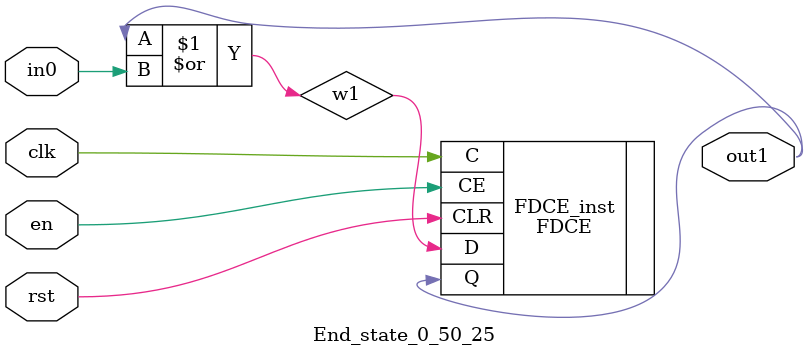
<source format=v>
module engine_0_50(out,clk,sod,en, in_106, in_107, in_108, in_1, in_31, in_33, in_46, in_50, in_70, in_72, in_74, in_77, in_79, in_83, in_87, in_90, in_97, in_99);
//pcre: /^OVN.*Mini\s+Oblivion.*Ready/
//block char: M[0], b[0], v[0], \x20[8], .[7], \x69[8], ^[9], N[0], d[0], o[0], n[0], y[0], e[0], O[0], l[0], a[0], R[0], V[0], 

	input clk,sod,en;

	input in_106, in_107, in_108, in_1, in_31, in_33, in_46, in_50, in_70, in_72, in_74, in_77, in_79, in_83, in_87, in_90, in_97, in_99;
	output out;

	assign w0 = 1'b1;
	state_0_50_1 BlockState_0_50_1 (w1,in_46,clk,en,sod,w0);
	state_0_50_2 BlockState_0_50_2 (w2,in_83,clk,en,sod,w1);
	state_0_50_3 BlockState_0_50_3 (w3,in_99,clk,en,sod,w2);
	state_0_50_4 BlockState_0_50_4 (w4,in_50,clk,en,sod,w3);
	state_0_50_5 BlockState_0_50_5 (w5,in_31,clk,en,sod,w5,w4);
	state_0_50_6 BlockState_0_50_6 (w6,in_106,clk,en,sod,w4,w5);
	state_0_50_7 BlockState_0_50_7 (w7,in_33,clk,en,sod,w6);
	state_0_50_8 BlockState_0_50_8 (w8,in_74,clk,en,sod,w7);
	state_0_50_9 BlockState_0_50_9 (w9,in_33,clk,en,sod,w8);
	state_0_50_10 BlockState_0_50_10 (w10,in_1,clk,en,sod,w10,w9);
	state_0_50_11 BlockState_0_50_11 (w11,in_83,clk,en,sod,w10);
	state_0_50_12 BlockState_0_50_12 (w12,in_107,clk,en,sod,w11);
	state_0_50_13 BlockState_0_50_13 (w13,in_87,clk,en,sod,w12);
	state_0_50_14 BlockState_0_50_14 (w14,in_33,clk,en,sod,w13);
	state_0_50_15 BlockState_0_50_15 (w15,in_108,clk,en,sod,w14);
	state_0_50_16 BlockState_0_50_16 (w16,in_33,clk,en,sod,w15);
	state_0_50_17 BlockState_0_50_17 (w17,in_72,clk,en,sod,w16);
	state_0_50_18 BlockState_0_50_18 (w18,in_74,clk,en,sod,w17);
	state_0_50_19 BlockState_0_50_19 (w19,in_31,clk,en,sod,w19,w18);
	state_0_50_20 BlockState_0_50_20 (w20,in_97,clk,en,sod,w18,w19);
	state_0_50_21 BlockState_0_50_21 (w21,in_79,clk,en,sod,w20);
	state_0_50_22 BlockState_0_50_22 (w22,in_90,clk,en,sod,w21);
	state_0_50_23 BlockState_0_50_23 (w23,in_70,clk,en,sod,w22);
	state_0_50_24 BlockState_0_50_24 (w24,in_77,clk,en,sod,w23);
	End_state_0_50_25 BlockState_0_50_25 (out,clk,en,sod,w24);
endmodule

module state_0_50_1(out1,in_char,clk,en,rst,in0);
	input in_char,clk,en,rst,in0;
	output out1;
	wire w1,w2;
	assign w1 = in0; 
	and(w2,in_char,w1);
	FDCE #(.INIT(1'b0)) FDCE_inst (
		.Q(out1),
		.C(clk),
		.CE(en),
		.CLR(rst),
		.D(w2)
);
endmodule

module state_0_50_2(out1,in_char,clk,en,rst,in0);
	input in_char,clk,en,rst,in0;
	output out1;
	wire w1,w2;
	assign w1 = in0; 
	and(w2,in_char,w1);
	FDCE #(.INIT(1'b0)) FDCE_inst (
		.Q(out1),
		.C(clk),
		.CE(en),
		.CLR(rst),
		.D(w2)
);
endmodule

module state_0_50_3(out1,in_char,clk,en,rst,in0);
	input in_char,clk,en,rst,in0;
	output out1;
	wire w1,w2;
	assign w1 = in0; 
	and(w2,in_char,w1);
	FDCE #(.INIT(1'b0)) FDCE_inst (
		.Q(out1),
		.C(clk),
		.CE(en),
		.CLR(rst),
		.D(w2)
);
endmodule

module state_0_50_4(out1,in_char,clk,en,rst,in0);
	input in_char,clk,en,rst,in0;
	output out1;
	wire w1,w2;
	assign w1 = in0; 
	and(w2,in_char,w1);
	FDCE #(.INIT(1'b0)) FDCE_inst (
		.Q(out1),
		.C(clk),
		.CE(en),
		.CLR(rst),
		.D(w2)
);
endmodule

module state_0_50_5(out1,in_char,clk,en,rst,in0,in1);
	input in_char,clk,en,rst,in0,in1;
	output out1;
	wire w1,w2;
	or(w1,in0,in1);
	and(w2,in_char,w1);
	FDCE #(.INIT(1'b0)) FDCE_inst (
		.Q(out1),
		.C(clk),
		.CE(en),
		.CLR(rst),
		.D(w2)
);
endmodule

module state_0_50_6(out1,in_char,clk,en,rst,in0,in1);
	input in_char,clk,en,rst,in0,in1;
	output out1;
	wire w1,w2;
	or(w1,in0,in1);
	and(w2,in_char,w1);
	FDCE #(.INIT(1'b0)) FDCE_inst (
		.Q(out1),
		.C(clk),
		.CE(en),
		.CLR(rst),
		.D(w2)
);
endmodule

module state_0_50_7(out1,in_char,clk,en,rst,in0);
	input in_char,clk,en,rst,in0;
	output out1;
	wire w1,w2;
	assign w1 = in0; 
	and(w2,in_char,w1);
	FDCE #(.INIT(1'b0)) FDCE_inst (
		.Q(out1),
		.C(clk),
		.CE(en),
		.CLR(rst),
		.D(w2)
);
endmodule

module state_0_50_8(out1,in_char,clk,en,rst,in0);
	input in_char,clk,en,rst,in0;
	output out1;
	wire w1,w2;
	assign w1 = in0; 
	and(w2,in_char,w1);
	FDCE #(.INIT(1'b0)) FDCE_inst (
		.Q(out1),
		.C(clk),
		.CE(en),
		.CLR(rst),
		.D(w2)
);
endmodule

module state_0_50_9(out1,in_char,clk,en,rst,in0);
	input in_char,clk,en,rst,in0;
	output out1;
	wire w1,w2;
	assign w1 = in0; 
	and(w2,in_char,w1);
	FDCE #(.INIT(1'b0)) FDCE_inst (
		.Q(out1),
		.C(clk),
		.CE(en),
		.CLR(rst),
		.D(w2)
);
endmodule

module state_0_50_10(out1,in_char,clk,en,rst,in0,in1);
	input in_char,clk,en,rst,in0,in1;
	output out1;
	wire w1,w2;
	or(w1,in0,in1);
	and(w2,in_char,w1);
	FDCE #(.INIT(1'b0)) FDCE_inst (
		.Q(out1),
		.C(clk),
		.CE(en),
		.CLR(rst),
		.D(w2)
);
endmodule

module state_0_50_11(out1,in_char,clk,en,rst,in0);
	input in_char,clk,en,rst,in0;
	output out1;
	wire w1,w2;
	assign w1 = in0; 
	and(w2,in_char,w1);
	FDCE #(.INIT(1'b0)) FDCE_inst (
		.Q(out1),
		.C(clk),
		.CE(en),
		.CLR(rst),
		.D(w2)
);
endmodule

module state_0_50_12(out1,in_char,clk,en,rst,in0);
	input in_char,clk,en,rst,in0;
	output out1;
	wire w1,w2;
	assign w1 = in0; 
	and(w2,in_char,w1);
	FDCE #(.INIT(1'b0)) FDCE_inst (
		.Q(out1),
		.C(clk),
		.CE(en),
		.CLR(rst),
		.D(w2)
);
endmodule

module state_0_50_13(out1,in_char,clk,en,rst,in0);
	input in_char,clk,en,rst,in0;
	output out1;
	wire w1,w2;
	assign w1 = in0; 
	and(w2,in_char,w1);
	FDCE #(.INIT(1'b0)) FDCE_inst (
		.Q(out1),
		.C(clk),
		.CE(en),
		.CLR(rst),
		.D(w2)
);
endmodule

module state_0_50_14(out1,in_char,clk,en,rst,in0);
	input in_char,clk,en,rst,in0;
	output out1;
	wire w1,w2;
	assign w1 = in0; 
	and(w2,in_char,w1);
	FDCE #(.INIT(1'b0)) FDCE_inst (
		.Q(out1),
		.C(clk),
		.CE(en),
		.CLR(rst),
		.D(w2)
);
endmodule

module state_0_50_15(out1,in_char,clk,en,rst,in0);
	input in_char,clk,en,rst,in0;
	output out1;
	wire w1,w2;
	assign w1 = in0; 
	and(w2,in_char,w1);
	FDCE #(.INIT(1'b0)) FDCE_inst (
		.Q(out1),
		.C(clk),
		.CE(en),
		.CLR(rst),
		.D(w2)
);
endmodule

module state_0_50_16(out1,in_char,clk,en,rst,in0);
	input in_char,clk,en,rst,in0;
	output out1;
	wire w1,w2;
	assign w1 = in0; 
	and(w2,in_char,w1);
	FDCE #(.INIT(1'b0)) FDCE_inst (
		.Q(out1),
		.C(clk),
		.CE(en),
		.CLR(rst),
		.D(w2)
);
endmodule

module state_0_50_17(out1,in_char,clk,en,rst,in0);
	input in_char,clk,en,rst,in0;
	output out1;
	wire w1,w2;
	assign w1 = in0; 
	and(w2,in_char,w1);
	FDCE #(.INIT(1'b0)) FDCE_inst (
		.Q(out1),
		.C(clk),
		.CE(en),
		.CLR(rst),
		.D(w2)
);
endmodule

module state_0_50_18(out1,in_char,clk,en,rst,in0);
	input in_char,clk,en,rst,in0;
	output out1;
	wire w1,w2;
	assign w1 = in0; 
	and(w2,in_char,w1);
	FDCE #(.INIT(1'b0)) FDCE_inst (
		.Q(out1),
		.C(clk),
		.CE(en),
		.CLR(rst),
		.D(w2)
);
endmodule

module state_0_50_19(out1,in_char,clk,en,rst,in0,in1);
	input in_char,clk,en,rst,in0,in1;
	output out1;
	wire w1,w2;
	or(w1,in0,in1);
	and(w2,in_char,w1);
	FDCE #(.INIT(1'b0)) FDCE_inst (
		.Q(out1),
		.C(clk),
		.CE(en),
		.CLR(rst),
		.D(w2)
);
endmodule

module state_0_50_20(out1,in_char,clk,en,rst,in0,in1);
	input in_char,clk,en,rst,in0,in1;
	output out1;
	wire w1,w2;
	or(w1,in0,in1);
	and(w2,in_char,w1);
	FDCE #(.INIT(1'b0)) FDCE_inst (
		.Q(out1),
		.C(clk),
		.CE(en),
		.CLR(rst),
		.D(w2)
);
endmodule

module state_0_50_21(out1,in_char,clk,en,rst,in0);
	input in_char,clk,en,rst,in0;
	output out1;
	wire w1,w2;
	assign w1 = in0; 
	and(w2,in_char,w1);
	FDCE #(.INIT(1'b0)) FDCE_inst (
		.Q(out1),
		.C(clk),
		.CE(en),
		.CLR(rst),
		.D(w2)
);
endmodule

module state_0_50_22(out1,in_char,clk,en,rst,in0);
	input in_char,clk,en,rst,in0;
	output out1;
	wire w1,w2;
	assign w1 = in0; 
	and(w2,in_char,w1);
	FDCE #(.INIT(1'b0)) FDCE_inst (
		.Q(out1),
		.C(clk),
		.CE(en),
		.CLR(rst),
		.D(w2)
);
endmodule

module state_0_50_23(out1,in_char,clk,en,rst,in0);
	input in_char,clk,en,rst,in0;
	output out1;
	wire w1,w2;
	assign w1 = in0; 
	and(w2,in_char,w1);
	FDCE #(.INIT(1'b0)) FDCE_inst (
		.Q(out1),
		.C(clk),
		.CE(en),
		.CLR(rst),
		.D(w2)
);
endmodule

module state_0_50_24(out1,in_char,clk,en,rst,in0);
	input in_char,clk,en,rst,in0;
	output out1;
	wire w1,w2;
	assign w1 = in0; 
	and(w2,in_char,w1);
	FDCE #(.INIT(1'b0)) FDCE_inst (
		.Q(out1),
		.C(clk),
		.CE(en),
		.CLR(rst),
		.D(w2)
);
endmodule

module End_state_0_50_25(out1,clk,en,rst,in0);
	input clk,rst,en,in0;
	output out1;
	wire w1;
	or(w1,out1,in0);
	FDCE #(.INIT(1'b0)) FDCE_inst (
		.Q(out1),
		.C(clk),
		.CE(en),
		.CLR(rst),
		.D(w1)
);
endmodule


</source>
